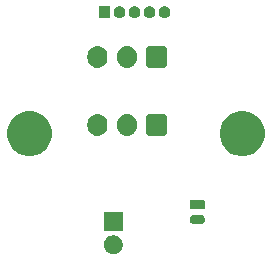
<source format=gbr>
%TF.GenerationSoftware,KiCad,Pcbnew,(5.1.6)-1*%
%TF.CreationDate,2020-11-30T19:53:59+01:00*%
%TF.ProjectId,PX12_Board,50583132-5f42-46f6-9172-642e6b696361,V1.0*%
%TF.SameCoordinates,Original*%
%TF.FileFunction,Soldermask,Bot*%
%TF.FilePolarity,Negative*%
%FSLAX46Y46*%
G04 Gerber Fmt 4.6, Leading zero omitted, Abs format (unit mm)*
G04 Created by KiCad (PCBNEW (5.1.6)-1) date 2020-11-30 19:53:59*
%MOMM*%
%LPD*%
G01*
G04 APERTURE LIST*
%ADD10C,0.100000*%
G04 APERTURE END LIST*
D10*
G36*
X173230312Y-108610248D02*
G01*
X173333351Y-108630743D01*
X173478942Y-108691049D01*
X173609970Y-108778599D01*
X173721401Y-108890030D01*
X173808951Y-109021058D01*
X173869257Y-109166649D01*
X173900000Y-109321207D01*
X173900000Y-109478793D01*
X173869257Y-109633351D01*
X173808951Y-109778942D01*
X173721401Y-109909970D01*
X173609970Y-110021401D01*
X173478942Y-110108951D01*
X173333351Y-110169257D01*
X173230312Y-110189752D01*
X173178794Y-110200000D01*
X173021206Y-110200000D01*
X172969688Y-110189752D01*
X172866649Y-110169257D01*
X172721058Y-110108951D01*
X172590030Y-110021401D01*
X172478599Y-109909970D01*
X172391049Y-109778942D01*
X172330743Y-109633351D01*
X172300000Y-109478793D01*
X172300000Y-109321207D01*
X172330743Y-109166649D01*
X172391049Y-109021058D01*
X172478599Y-108890030D01*
X172590030Y-108778599D01*
X172721058Y-108691049D01*
X172866649Y-108630743D01*
X172969688Y-108610248D01*
X173021206Y-108600000D01*
X173178794Y-108600000D01*
X173230312Y-108610248D01*
G37*
G36*
X173900000Y-108200000D02*
G01*
X172300000Y-108200000D01*
X172300000Y-106600000D01*
X173900000Y-106600000D01*
X173900000Y-108200000D01*
G37*
G36*
X180528414Y-106855788D02*
G01*
X180603814Y-106878660D01*
X180673303Y-106915803D01*
X180734211Y-106965789D01*
X180784197Y-107026697D01*
X180821340Y-107096186D01*
X180844212Y-107171586D01*
X180851935Y-107250000D01*
X180844212Y-107328414D01*
X180821340Y-107403814D01*
X180784197Y-107473303D01*
X180734211Y-107534211D01*
X180673303Y-107584197D01*
X180603814Y-107621340D01*
X180528414Y-107644212D01*
X180469647Y-107650000D01*
X179930353Y-107650000D01*
X179871586Y-107644212D01*
X179796186Y-107621340D01*
X179726697Y-107584197D01*
X179665789Y-107534211D01*
X179615803Y-107473303D01*
X179578660Y-107403814D01*
X179555788Y-107328414D01*
X179548065Y-107250000D01*
X179555788Y-107171586D01*
X179578660Y-107096186D01*
X179615803Y-107026697D01*
X179665789Y-106965789D01*
X179726697Y-106915803D01*
X179796186Y-106878660D01*
X179871586Y-106855788D01*
X179930353Y-106850000D01*
X180469647Y-106850000D01*
X180528414Y-106855788D01*
G37*
G36*
X180713108Y-105603551D02*
G01*
X180744943Y-105613208D01*
X180774287Y-105628893D01*
X180800003Y-105649997D01*
X180821107Y-105675713D01*
X180836792Y-105705057D01*
X180846449Y-105736892D01*
X180850000Y-105772945D01*
X180850000Y-106227055D01*
X180846449Y-106263108D01*
X180836792Y-106294943D01*
X180821107Y-106324287D01*
X180800003Y-106350003D01*
X180774287Y-106371107D01*
X180744943Y-106386792D01*
X180713108Y-106396449D01*
X180677055Y-106400000D01*
X179722945Y-106400000D01*
X179686892Y-106396449D01*
X179655057Y-106386792D01*
X179625713Y-106371107D01*
X179599997Y-106350003D01*
X179578893Y-106324287D01*
X179563208Y-106294943D01*
X179553551Y-106263108D01*
X179550000Y-106227055D01*
X179550000Y-105772945D01*
X179553551Y-105736892D01*
X179563208Y-105705057D01*
X179578893Y-105675713D01*
X179599997Y-105649997D01*
X179625713Y-105628893D01*
X179655057Y-105613208D01*
X179686892Y-105603551D01*
X179722945Y-105600000D01*
X180677055Y-105600000D01*
X180713108Y-105603551D01*
G37*
G36*
X166554208Y-98173015D02*
G01*
X166899989Y-98316242D01*
X167211178Y-98524172D01*
X167475828Y-98788822D01*
X167683758Y-99100011D01*
X167826985Y-99445792D01*
X167900000Y-99812865D01*
X167900000Y-100187135D01*
X167826985Y-100554208D01*
X167683758Y-100899989D01*
X167475828Y-101211178D01*
X167211178Y-101475828D01*
X166899989Y-101683758D01*
X166554208Y-101826985D01*
X166187135Y-101900000D01*
X165812865Y-101900000D01*
X165445792Y-101826985D01*
X165100011Y-101683758D01*
X164788822Y-101475828D01*
X164524172Y-101211178D01*
X164316242Y-100899989D01*
X164173015Y-100554208D01*
X164100000Y-100187135D01*
X164100000Y-99812865D01*
X164173015Y-99445792D01*
X164316242Y-99100011D01*
X164524172Y-98788822D01*
X164788822Y-98524172D01*
X165100011Y-98316242D01*
X165445792Y-98173015D01*
X165812865Y-98100000D01*
X166187135Y-98100000D01*
X166554208Y-98173015D01*
G37*
G36*
X184554208Y-98173015D02*
G01*
X184899989Y-98316242D01*
X185211178Y-98524172D01*
X185475828Y-98788822D01*
X185683758Y-99100011D01*
X185826985Y-99445792D01*
X185900000Y-99812865D01*
X185900000Y-100187135D01*
X185826985Y-100554208D01*
X185683758Y-100899989D01*
X185475828Y-101211178D01*
X185211178Y-101475828D01*
X184899989Y-101683758D01*
X184554208Y-101826985D01*
X184187135Y-101900000D01*
X183812865Y-101900000D01*
X183445792Y-101826985D01*
X183100011Y-101683758D01*
X182788822Y-101475828D01*
X182524172Y-101211178D01*
X182316242Y-100899989D01*
X182173015Y-100554208D01*
X182100000Y-100187135D01*
X182100000Y-99812865D01*
X182173015Y-99445792D01*
X182316242Y-99100011D01*
X182524172Y-98788822D01*
X182788822Y-98524172D01*
X183100011Y-98316242D01*
X183445792Y-98173015D01*
X183812865Y-98100000D01*
X184187135Y-98100000D01*
X184554208Y-98173015D01*
G37*
G36*
X171916631Y-98337299D02*
G01*
X172076855Y-98385903D01*
X172224518Y-98464830D01*
X172353949Y-98571051D01*
X172460167Y-98700479D01*
X172460168Y-98700481D01*
X172539097Y-98848146D01*
X172539098Y-98848150D01*
X172587701Y-99008370D01*
X172600000Y-99133244D01*
X172600000Y-99366757D01*
X172587701Y-99491631D01*
X172539097Y-99651855D01*
X172460170Y-99799518D01*
X172353949Y-99928949D01*
X172224517Y-100035170D01*
X172076854Y-100114097D01*
X171916630Y-100162701D01*
X171750000Y-100179113D01*
X171583369Y-100162701D01*
X171423145Y-100114097D01*
X171275482Y-100035170D01*
X171146051Y-99928949D01*
X171039830Y-99799517D01*
X170960903Y-99651854D01*
X170912299Y-99491630D01*
X170900000Y-99366756D01*
X170900000Y-99133243D01*
X170912299Y-99008369D01*
X170960903Y-98848145D01*
X171039830Y-98700482D01*
X171146051Y-98571051D01*
X171275483Y-98464830D01*
X171423146Y-98385903D01*
X171583370Y-98337299D01*
X171750000Y-98320887D01*
X171916631Y-98337299D01*
G37*
G36*
X174416631Y-98337299D02*
G01*
X174576855Y-98385903D01*
X174724518Y-98464830D01*
X174853949Y-98571051D01*
X174960167Y-98700479D01*
X174960168Y-98700481D01*
X175039097Y-98848146D01*
X175039098Y-98848150D01*
X175087701Y-99008370D01*
X175100000Y-99133244D01*
X175100000Y-99366757D01*
X175087701Y-99491631D01*
X175039097Y-99651855D01*
X174960170Y-99799518D01*
X174853949Y-99928949D01*
X174724517Y-100035170D01*
X174576854Y-100114097D01*
X174416630Y-100162701D01*
X174250000Y-100179113D01*
X174083369Y-100162701D01*
X173923145Y-100114097D01*
X173775482Y-100035170D01*
X173646051Y-99928949D01*
X173539830Y-99799517D01*
X173460903Y-99651854D01*
X173412299Y-99491630D01*
X173400000Y-99366756D01*
X173400000Y-99133243D01*
X173412299Y-99008369D01*
X173460903Y-98848145D01*
X173539830Y-98700482D01*
X173646051Y-98571051D01*
X173775483Y-98464830D01*
X173923146Y-98385903D01*
X174083370Y-98337299D01*
X174250000Y-98320887D01*
X174416631Y-98337299D01*
G37*
G36*
X177432805Y-98329275D02*
G01*
X177471709Y-98341076D01*
X177507552Y-98360234D01*
X177538976Y-98386024D01*
X177564766Y-98417448D01*
X177583924Y-98453291D01*
X177595725Y-98492195D01*
X177600000Y-98535594D01*
X177600000Y-99964406D01*
X177595725Y-100007805D01*
X177583924Y-100046709D01*
X177564766Y-100082552D01*
X177538976Y-100113976D01*
X177507552Y-100139766D01*
X177471709Y-100158924D01*
X177432805Y-100170725D01*
X177389406Y-100175000D01*
X176110594Y-100175000D01*
X176067195Y-100170725D01*
X176028291Y-100158924D01*
X175992448Y-100139766D01*
X175961024Y-100113976D01*
X175935234Y-100082552D01*
X175916076Y-100046709D01*
X175904275Y-100007805D01*
X175900000Y-99964406D01*
X175900000Y-98535594D01*
X175904275Y-98492195D01*
X175916076Y-98453291D01*
X175935234Y-98417448D01*
X175961024Y-98386024D01*
X175992448Y-98360234D01*
X176028291Y-98341076D01*
X176067195Y-98329275D01*
X176110594Y-98325000D01*
X177389406Y-98325000D01*
X177432805Y-98329275D01*
G37*
G36*
X171916631Y-92587299D02*
G01*
X172076855Y-92635903D01*
X172224518Y-92714830D01*
X172353949Y-92821051D01*
X172460167Y-92950479D01*
X172460168Y-92950481D01*
X172539097Y-93098146D01*
X172539098Y-93098150D01*
X172587701Y-93258370D01*
X172600000Y-93383244D01*
X172600000Y-93616757D01*
X172587701Y-93741631D01*
X172539097Y-93901855D01*
X172460170Y-94049518D01*
X172353949Y-94178949D01*
X172224517Y-94285170D01*
X172076854Y-94364097D01*
X171916630Y-94412701D01*
X171750000Y-94429113D01*
X171583369Y-94412701D01*
X171423145Y-94364097D01*
X171275482Y-94285170D01*
X171146051Y-94178949D01*
X171039830Y-94049517D01*
X170960903Y-93901854D01*
X170912299Y-93741630D01*
X170900000Y-93616756D01*
X170900000Y-93383243D01*
X170912299Y-93258369D01*
X170960903Y-93098145D01*
X171039830Y-92950482D01*
X171146051Y-92821051D01*
X171275483Y-92714830D01*
X171423146Y-92635903D01*
X171583370Y-92587299D01*
X171750000Y-92570887D01*
X171916631Y-92587299D01*
G37*
G36*
X174416631Y-92587299D02*
G01*
X174576855Y-92635903D01*
X174724518Y-92714830D01*
X174853949Y-92821051D01*
X174960167Y-92950479D01*
X174960168Y-92950481D01*
X175039097Y-93098146D01*
X175039098Y-93098150D01*
X175087701Y-93258370D01*
X175100000Y-93383244D01*
X175100000Y-93616757D01*
X175087701Y-93741631D01*
X175039097Y-93901855D01*
X174960170Y-94049518D01*
X174853949Y-94178949D01*
X174724517Y-94285170D01*
X174576854Y-94364097D01*
X174416630Y-94412701D01*
X174250000Y-94429113D01*
X174083369Y-94412701D01*
X173923145Y-94364097D01*
X173775482Y-94285170D01*
X173646051Y-94178949D01*
X173539830Y-94049517D01*
X173460903Y-93901854D01*
X173412299Y-93741630D01*
X173400000Y-93616756D01*
X173400000Y-93383243D01*
X173412299Y-93258369D01*
X173460903Y-93098145D01*
X173539830Y-92950482D01*
X173646051Y-92821051D01*
X173775483Y-92714830D01*
X173923146Y-92635903D01*
X174083370Y-92587299D01*
X174250000Y-92570887D01*
X174416631Y-92587299D01*
G37*
G36*
X177432805Y-92579275D02*
G01*
X177471709Y-92591076D01*
X177507552Y-92610234D01*
X177538976Y-92636024D01*
X177564766Y-92667448D01*
X177583924Y-92703291D01*
X177595725Y-92742195D01*
X177600000Y-92785594D01*
X177600000Y-94214406D01*
X177595725Y-94257805D01*
X177583924Y-94296709D01*
X177564766Y-94332552D01*
X177538976Y-94363976D01*
X177507552Y-94389766D01*
X177471709Y-94408924D01*
X177432805Y-94420725D01*
X177389406Y-94425000D01*
X176110594Y-94425000D01*
X176067195Y-94420725D01*
X176028291Y-94408924D01*
X175992448Y-94389766D01*
X175961024Y-94363976D01*
X175935234Y-94332552D01*
X175916076Y-94296709D01*
X175904275Y-94257805D01*
X175900000Y-94214406D01*
X175900000Y-92785594D01*
X175904275Y-92742195D01*
X175916076Y-92703291D01*
X175935234Y-92667448D01*
X175961024Y-92636024D01*
X175992448Y-92610234D01*
X176028291Y-92591076D01*
X176067195Y-92579275D01*
X176110594Y-92575000D01*
X177389406Y-92575000D01*
X177432805Y-92579275D01*
G37*
G36*
X172850000Y-90200000D02*
G01*
X171850000Y-90200000D01*
X171850000Y-89200000D01*
X172850000Y-89200000D01*
X172850000Y-90200000D01*
G37*
G36*
X173765843Y-89219214D02*
G01*
X173856841Y-89256906D01*
X173938730Y-89311623D01*
X174008377Y-89381270D01*
X174063094Y-89463159D01*
X174100786Y-89554157D01*
X174120000Y-89650753D01*
X174120000Y-89749247D01*
X174100786Y-89845843D01*
X174063094Y-89936841D01*
X174008377Y-90018730D01*
X173938730Y-90088377D01*
X173856841Y-90143094D01*
X173765843Y-90180786D01*
X173669247Y-90200000D01*
X173570753Y-90200000D01*
X173474157Y-90180786D01*
X173383159Y-90143094D01*
X173301270Y-90088377D01*
X173231623Y-90018730D01*
X173176906Y-89936841D01*
X173139214Y-89845843D01*
X173120000Y-89749247D01*
X173120000Y-89650753D01*
X173139214Y-89554157D01*
X173176906Y-89463159D01*
X173231623Y-89381270D01*
X173301270Y-89311623D01*
X173383159Y-89256906D01*
X173474157Y-89219214D01*
X173570753Y-89200000D01*
X173669247Y-89200000D01*
X173765843Y-89219214D01*
G37*
G36*
X175035843Y-89219214D02*
G01*
X175126841Y-89256906D01*
X175208730Y-89311623D01*
X175278377Y-89381270D01*
X175333094Y-89463159D01*
X175370786Y-89554157D01*
X175390000Y-89650753D01*
X175390000Y-89749247D01*
X175370786Y-89845843D01*
X175333094Y-89936841D01*
X175278377Y-90018730D01*
X175208730Y-90088377D01*
X175126841Y-90143094D01*
X175035843Y-90180786D01*
X174939247Y-90200000D01*
X174840753Y-90200000D01*
X174744157Y-90180786D01*
X174653159Y-90143094D01*
X174571270Y-90088377D01*
X174501623Y-90018730D01*
X174446906Y-89936841D01*
X174409214Y-89845843D01*
X174390000Y-89749247D01*
X174390000Y-89650753D01*
X174409214Y-89554157D01*
X174446906Y-89463159D01*
X174501623Y-89381270D01*
X174571270Y-89311623D01*
X174653159Y-89256906D01*
X174744157Y-89219214D01*
X174840753Y-89200000D01*
X174939247Y-89200000D01*
X175035843Y-89219214D01*
G37*
G36*
X176305843Y-89219214D02*
G01*
X176396841Y-89256906D01*
X176478730Y-89311623D01*
X176548377Y-89381270D01*
X176603094Y-89463159D01*
X176640786Y-89554157D01*
X176660000Y-89650753D01*
X176660000Y-89749247D01*
X176640786Y-89845843D01*
X176603094Y-89936841D01*
X176548377Y-90018730D01*
X176478730Y-90088377D01*
X176396841Y-90143094D01*
X176305843Y-90180786D01*
X176209247Y-90200000D01*
X176110753Y-90200000D01*
X176014157Y-90180786D01*
X175923159Y-90143094D01*
X175841270Y-90088377D01*
X175771623Y-90018730D01*
X175716906Y-89936841D01*
X175679214Y-89845843D01*
X175660000Y-89749247D01*
X175660000Y-89650753D01*
X175679214Y-89554157D01*
X175716906Y-89463159D01*
X175771623Y-89381270D01*
X175841270Y-89311623D01*
X175923159Y-89256906D01*
X176014157Y-89219214D01*
X176110753Y-89200000D01*
X176209247Y-89200000D01*
X176305843Y-89219214D01*
G37*
G36*
X177575843Y-89219214D02*
G01*
X177666841Y-89256906D01*
X177748730Y-89311623D01*
X177818377Y-89381270D01*
X177873094Y-89463159D01*
X177910786Y-89554157D01*
X177930000Y-89650753D01*
X177930000Y-89749247D01*
X177910786Y-89845843D01*
X177873094Y-89936841D01*
X177818377Y-90018730D01*
X177748730Y-90088377D01*
X177666841Y-90143094D01*
X177575843Y-90180786D01*
X177479247Y-90200000D01*
X177380753Y-90200000D01*
X177284157Y-90180786D01*
X177193159Y-90143094D01*
X177111270Y-90088377D01*
X177041623Y-90018730D01*
X176986906Y-89936841D01*
X176949214Y-89845843D01*
X176930000Y-89749247D01*
X176930000Y-89650753D01*
X176949214Y-89554157D01*
X176986906Y-89463159D01*
X177041623Y-89381270D01*
X177111270Y-89311623D01*
X177193159Y-89256906D01*
X177284157Y-89219214D01*
X177380753Y-89200000D01*
X177479247Y-89200000D01*
X177575843Y-89219214D01*
G37*
M02*

</source>
